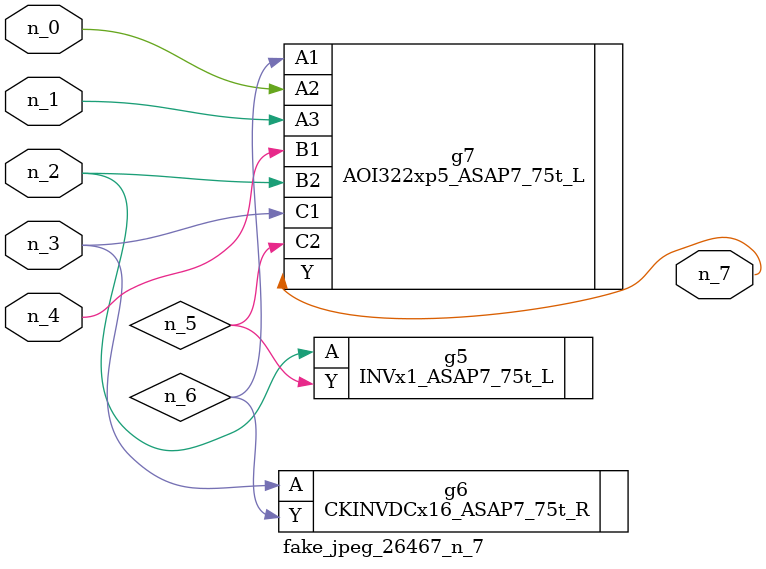
<source format=v>
module fake_jpeg_26467_n_7 (n_3, n_2, n_1, n_0, n_4, n_7);

input n_3;
input n_2;
input n_1;
input n_0;
input n_4;

output n_7;

wire n_6;
wire n_5;

INVx1_ASAP7_75t_L g5 ( 
.A(n_2),
.Y(n_5)
);

CKINVDCx16_ASAP7_75t_R g6 ( 
.A(n_3),
.Y(n_6)
);

AOI322xp5_ASAP7_75t_L g7 ( 
.A1(n_6),
.A2(n_0),
.A3(n_1),
.B1(n_4),
.B2(n_2),
.C1(n_3),
.C2(n_5),
.Y(n_7)
);


endmodule
</source>
